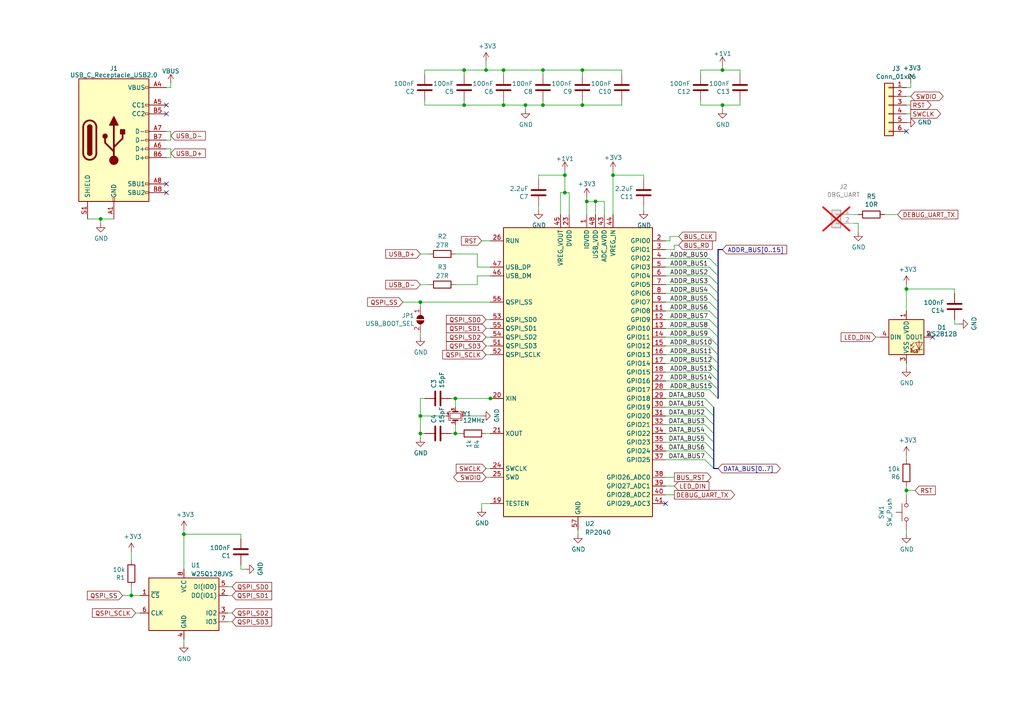
<source format=kicad_sch>
(kicad_sch (version 20250114) (generator "eeschema") (generator_version "9.0")
  (paper "A4")
  (lib_symbols
    (symbol "Connector:USB_C_Receptacle_USB2.0" (pin_names (offset 1.016))
      (property "Reference" "J" (at -10.16 19.05 0))
      (property "Value" "USB_C_Receptacle_USB2.0" (at 19.05 19.05 0))
      (symbol "USB_C_Receptacle_USB2.0_0_0"
        (rectangle (start -0.254 -17.78) (end 0.254 -16.764))
        (rectangle (start 10.16 15.494) (end 9.144 14.986))
        (rectangle (start 10.16 10.414) (end 9.144 9.906))
        (rectangle (start 10.16 7.874) (end 9.144 7.366))
        (rectangle (start 10.16 2.794) (end 9.144 2.286))
        (rectangle (start 10.16 0.254) (end 9.144 -0.254))
        (rectangle (start 10.16 -2.286) (end 9.144 -2.794))
        (rectangle (start 10.16 -4.826) (end 9.144 -5.334))
        (rectangle (start 10.16 -12.446) (end 9.144 -12.954))
        (rectangle (start 10.16 -14.986) (end 9.144 -15.494))
      )
      (symbol "USB_C_Receptacle_USB2.0_0_1"
        (rectangle (start -10.16 17.78) (end 10.16 -17.78) (stroke (width 0.254)) (fill (type background)))
        (polyline (pts (xy -8.89 -3.81) (xy -8.89 3.81)) (stroke (width 0.508)))
        (rectangle (start -7.62 -3.81) (end -6.35 3.81) (stroke (width 0.254)) (fill (type outline)))
        (arc (start -7.62 3.81) (mid -6.985 4.4423) (end -6.35 3.81) (stroke (width 0.254)))
        (arc (start -7.62 3.81) (mid -6.985 4.4423) (end -6.35 3.81) (stroke (width 0.254)) (fill (type outline)))
        (arc (start -8.89 3.81) (mid -6.985 5.7067) (end -5.08 3.81) (stroke (width 0.508)))
        (arc (start -5.08 -3.81) (mid -6.985 -5.7067) (end -8.89 -3.81) (stroke (width 0.508)))
        (arc (start -6.35 -3.81) (mid -6.985 -4.4423) (end -7.62 -3.81) (stroke (width 0.254)))
        (arc (start -6.35 -3.81) (mid -6.985 -4.4423) (end -7.62 -3.81) (stroke (width 0.254)) (fill (type outline)))
        (polyline (pts (xy -5.08 3.81) (xy -5.08 -3.81)) (stroke (width 0.508)))
        (circle (center -2.54 1.143) (radius 0.635) (stroke (width 0.254)) (fill (type outline)))
        (polyline (pts (xy -1.27 4.318) (xy 0 6.858) (xy 1.27 4.318) (xy -1.27 4.318)) (stroke (width 0.254)) (fill (type outline)))
        (polyline (pts (xy 0 -2.032) (xy 2.54 0.508) (xy 2.54 1.778)) (stroke (width 0.508)))
        (polyline (pts (xy 0 -3.302) (xy -2.54 -0.762) (xy -2.54 0.508)) (stroke (width 0.508)))
        (polyline (pts (xy 0 -5.842) (xy 0 4.318)) (stroke (width 0.508)))
        (circle (center 0 -5.842) (radius 1.27) (fill (type outline)))
        (rectangle (start 1.905 1.778) (end 3.175 3.048) (stroke (width 0.254)) (fill (type outline)))
      )
      (symbol "USB_C_Receptacle_USB2.0_1_1"
        (pin passive line (at -7.62 -22.86 90) (length 5.08) (name "SHIELD") (number "S1"))
        (pin passive line (at 0 -22.86 90) (length 5.08) (name "GND") (number "A1"))
        (pin passive line (at 0 -22.86 90) (length 5.08) (hide yes) (name "GND") (number "A12"))
        (pin passive line (at 0 -22.86 90) (length 5.08) (hide yes) (name "GND") (number "B1"))
        (pin passive line (at 0 -22.86 90) (length 5.08) (hide yes) (name "GND") (number "B12"))
        (pin passive line (at 15.24 15.24 180) (length 5.08) (name "VBUS") (number "A4"))
        (pin passive line (at 15.24 15.24 180) (length 5.08) (hide yes) (name "VBUS") (number "A9"))
        (pin passive line (at 15.24 15.24 180) (length 5.08) (hide yes) (name "VBUS") (number "B4"))
        (pin passive line (at 15.24 15.24 180) (length 5.08) (hide yes) (name "VBUS") (number "B9"))
        (pin bidirectional line (at 15.24 10.16 180) (length 5.08) (name "CC1") (number "A5"))
        (pin bidirectional line (at 15.24 7.62 180) (length 5.08) (name "CC2") (number "B5"))
        (pin bidirectional line (at 15.24 2.54 180) (length 5.08) (name "D-") (number "A7"))
        (pin bidirectional line (at 15.24 0 180) (length 5.08) (name "D-") (number "B7"))
        (pin bidirectional line (at 15.24 -2.54 180) (length 5.08) (name "D+") (number "A6"))
        (pin bidirectional line (at 15.24 -5.08 180) (length 5.08) (name "D+") (number "B6"))
        (pin bidirectional line (at 15.24 -12.7 180) (length 5.08) (name "SBU1") (number "A8"))
        (pin bidirectional line (at 15.24 -15.24 180) (length 5.08) (name "SBU2") (number "B8"))
      )
    )
    (symbol "Connector_Generic:Conn_01x02" (pin_names (offset 1.016) (hide yes))
      (property "Reference" "J" (at 0 2.54 0))
      (property "Value" "Conn_01x02" (at 0 -5.08 0))
      (symbol "Conn_01x02_1_1"
        (rectangle (start -1.27 1.27) (end 1.27 -3.81) (stroke (width 0.254)) (fill (type background)))
        (rectangle (start -1.27 0.127) (end 0 -0.127) (stroke (width 0.1524)))
        (rectangle (start -1.27 -2.413) (end 0 -2.667) (stroke (width 0.1524)))
        (pin passive line (at -5.08 0 0) (length 3.81) (name "Pin_1") (number "1"))
        (pin passive line (at -5.08 -2.54 0) (length 3.81) (name "Pin_2") (number "2"))
      )
    )
    (symbol "Connector_Generic:Conn_01x06" (pin_names (offset 1.016) (hide yes))
      (property "Reference" "J" (at 0 7.62 0))
      (property "Value" "Conn_01x06" (at 0 -10.16 0))
      (symbol "Conn_01x06_1_1"
        (rectangle (start -1.27 6.35) (end 1.27 -8.89) (stroke (width 0.254)) (fill (type background)))
        (rectangle (start -1.27 5.207) (end 0 4.953) (stroke (width 0.1524)))
        (rectangle (start -1.27 2.667) (end 0 2.413) (stroke (width 0.1524)))
        (rectangle (start -1.27 0.127) (end 0 -0.127) (stroke (width 0.1524)))
        (rectangle (start -1.27 -2.413) (end 0 -2.667) (stroke (width 0.1524)))
        (rectangle (start -1.27 -4.953) (end 0 -5.207) (stroke (width 0.1524)))
        (rectangle (start -1.27 -7.493) (end 0 -7.747) (stroke (width 0.1524)))
        (pin passive line (at -5.08 5.08 0) (length 3.81) (name "Pin_1") (number "1"))
        (pin passive line (at -5.08 2.54 0) (length 3.81) (name "Pin_2") (number "2"))
        (pin passive line (at -5.08 0 0) (length 3.81) (name "Pin_3") (number "3"))
        (pin passive line (at -5.08 -2.54 0) (length 3.81) (name "Pin_4") (number "4"))
        (pin passive line (at -5.08 -5.08 0) (length 3.81) (name "Pin_5") (number "5"))
        (pin passive line (at -5.08 -7.62 0) (length 3.81) (name "Pin_6") (number "6"))
      )
    )
    (symbol "Device:C" (pin_numbers (hide yes)) (pin_names (offset 0.254))
      (property "Reference" "C" (at 0.635 2.54 0))
      (property "Value" "C" (at 0.635 -2.54 0))
      (symbol "C_0_1"
        (polyline (pts (xy -2.032 0.762) (xy 2.032 0.762)) (stroke (width 0.508)))
        (polyline (pts (xy -2.032 -0.762) (xy 2.032 -0.762)) (stroke (width 0.508)))
      )
      (symbol "C_1_1"
        (pin passive line (at 0 3.81 270) (length 2.794) (name "~") (number "1"))
        (pin passive line (at 0 -3.81 90) (length 2.794) (name "~") (number "2"))
      )
    )
    (symbol "Device:Crystal_GND24_Small" (pin_names (offset 1.016) (hide yes))
      (property "Reference" "Y" (at 1.27 4.445 0))
      (property "Value" "Crystal_GND24_Small" (at 1.27 2.54 0))
      (symbol "Crystal_GND24_Small_0_1"
        (polyline (pts (xy -1.27 1.27) (xy -1.27 1.905) (xy 1.27 1.905) (xy 1.27 1.27)))
        (polyline (pts (xy -1.27 -0.762) (xy -1.27 0.762)) (stroke (width 0.381)))
        (polyline (pts (xy -1.27 -1.27) (xy -1.27 -1.905) (xy 1.27 -1.905) (xy 1.27 -1.27)))
        (rectangle (start -0.762 -1.524) (end 0.762 1.524))
        (polyline (pts (xy 1.27 -0.762) (xy 1.27 0.762)) (stroke (width 0.381)))
      )
      (symbol "Crystal_GND24_Small_1_1"
        (pin passive line (at -2.54 0 0) (length 1.27) (name "1") (number "1"))
        (pin passive line (at 0 2.54 270) (length 0.635) (name "4") (number "4"))
        (pin passive line (at 0 -2.54 90) (length 0.635) (name "2") (number "2"))
        (pin passive line (at 2.54 0 180) (length 1.27) (name "3") (number "3"))
      )
    )
    (symbol "Device:R" (pin_numbers (hide yes)) (pin_names (offset 0))
      (property "Reference" "R" (at 2.032 0 90))
      (property "Value" "R" (at 0 0 90))
      (symbol "R_0_1"
        (rectangle (start -1.016 -2.54) (end 1.016 2.54) (stroke (width 0.254)))
      )
      (symbol "R_1_1"
        (pin passive line (at 0 3.81 270) (length 1.27) (name "~") (number "1"))
        (pin passive line (at 0 -3.81 90) (length 1.27) (name "~") (number "2"))
      )
    )
    (symbol "Jumper:SolderJumper_2_Open" (pin_names (offset 0) (hide yes))
      (property "Reference" "JP" (at 0 2.032 0))
      (property "Value" "SolderJumper_2_Open" (at 0 -2.54 0))
      (symbol "SolderJumper_2_Open_0_1"
        (polyline (pts (xy -0.254 1.016) (xy -0.254 -1.016)))
        (arc (start -0.254 -1.016) (mid -1.2656 0) (end -0.254 1.016))
        (arc (start -0.254 -1.016) (mid -1.2656 0) (end -0.254 1.016) (fill (type outline)))
        (arc (start 0.254 1.016) (mid 1.2656 0) (end 0.254 -1.016))
        (arc (start 0.254 1.016) (mid 1.2656 0) (end 0.254 -1.016) (fill (type outline)))
        (polyline (pts (xy 0.254 1.016) (xy 0.254 -1.016)))
      )
      (symbol "SolderJumper_2_Open_1_1"
        (pin passive line (at -3.81 0 0) (length 2.54) (name "A") (number "1"))
        (pin passive line (at 3.81 0 180) (length 2.54) (name "B") (number "2"))
      )
    )
    (symbol "LED:WS2812B" (pin_names (offset 0.254))
      (property "Reference" "D" (at 5.08 5.715 0))
      (property "Value" "WS2812B" (at 1.27 -5.715 0))
      (symbol "WS2812B_0_0"
        (text "RGB" (at 2.286 -4.191 0) (effects (font (size 0.762 0.762))))
      )
      (symbol "WS2812B_0_1"
        (polyline (pts (xy 1.27 -2.54) (xy 1.778 -2.54)))
        (polyline (pts (xy 1.27 -3.556) (xy 1.778 -3.556)))
        (polyline (pts (xy 2.286 -1.524) (xy 1.27 -2.54) (xy 1.27 -2.032)))
        (polyline (pts (xy 2.286 -2.54) (xy 1.27 -3.556) (xy 1.27 -3.048)))
        (polyline (pts (xy 3.683 -1.016) (xy 3.683 -3.556) (xy 3.683 -4.064)))
        (polyline (pts (xy 4.699 -1.524) (xy 2.667 -1.524) (xy 3.683 -3.556) (xy 4.699 -1.524)))
        (polyline (pts (xy 4.699 -3.556) (xy 2.667 -3.556)))
        (rectangle (start 5.08 5.08) (end -5.08 -5.08) (stroke (width 0.254)) (fill (type background)))
      )
      (symbol "WS2812B_1_1"
        (pin input line (at -7.62 0 0) (length 2.54) (name "DIN") (number "4"))
        (pin power_in line (at 0 7.62 270) (length 2.54) (name "VDD") (number "1"))
        (pin power_in line (at 0 -7.62 90) (length 2.54) (name "VSS") (number "3"))
        (pin output line (at 7.62 0 180) (length 2.54) (name "DOUT") (number "2"))
      )
    )
    (symbol "MCU_RaspberryPi:RP2040"
      (property "Reference" "U" (at 17.78 45.72 0))
      (property "Value" "RP2040" (at 17.78 43.18 0))
      (symbol "RP2040_0_1"
        (rectangle (start -21.59 41.91) (end 21.59 -41.91) (stroke (width 0.254)) (fill (type background)))
      )
      (symbol "RP2040_1_1"
        (pin input line (at -25.4 38.1 0) (length 3.81) (name "RUN") (number "26"))
        (pin bidirectional line (at -25.4 30.48 0) (length 3.81) (name "USB_DP") (number "47"))
        (pin bidirectional line (at -25.4 27.94 0) (length 3.81) (name "USB_DM") (number "46"))
        (pin bidirectional line (at -25.4 20.32 0) (length 3.81) (name "QSPI_SS") (number "56"))
        (pin bidirectional line (at -25.4 15.24 0) (length 3.81) (name "QSPI_SD0") (number "53"))
        (pin bidirectional line (at -25.4 12.7 0) (length 3.81) (name "QSPI_SD1") (number "55"))
        (pin bidirectional line (at -25.4 10.16 0) (length 3.81) (name "QSPI_SD2") (number "54"))
        (pin bidirectional line (at -25.4 7.62 0) (length 3.81) (name "QSPI_SD3") (number "51"))
        (pin output line (at -25.4 5.08 0) (length 3.81) (name "QSPI_SCLK") (number "52"))
        (pin input line (at -25.4 -7.62 0) (length 3.81) (name "XIN") (number "20"))
        (pin passive line (at -25.4 -17.78 0) (length 3.81) (name "XOUT") (number "21"))
        (pin output line (at -25.4 -27.94 0) (length 3.81) (name "SWCLK") (number "24"))
        (pin bidirectional line (at -25.4 -30.48 0) (length 3.81) (name "SWD") (number "25"))
        (pin input line (at -25.4 -38.1 0) (length 3.81) (name "TESTEN") (number "19"))
        (pin power_out line (at -5.08 45.72 270) (length 3.81) (name "VREG_VOUT") (number "45"))
        (pin power_in line (at -2.54 45.72 270) (length 3.81) (name "DVDD") (number "23"))
        (pin passive line (at -2.54 45.72 270) (length 3.81) (hide yes) (name "DVDD") (number "50"))
        (pin power_in line (at 0 -45.72 90) (length 3.81) (name "GND") (number "57"))
        (pin power_in line (at 2.54 45.72 270) (length 3.81) (name "IOVDD") (number "1"))
        (pin passive line (at 2.54 45.72 270) (length 3.81) (hide yes) (name "IOVDD") (number "10"))
        (pin passive line (at 2.54 45.72 270) (length 3.81) (hide yes) (name "IOVDD") (number "22"))
        (pin passive line (at 2.54 45.72 270) (length 3.81) (hide yes) (name "IOVDD") (number "33"))
        (pin passive line (at 2.54 45.72 270) (length 3.81) (hide yes) (name "IOVDD") (number "42"))
        (pin passive line (at 2.54 45.72 270) (length 3.81) (hide yes) (name "IOVDD") (number "49"))
        (pin power_in line (at 5.08 45.72 270) (length 3.81) (name "USB_VDD") (number "48"))
        (pin power_in line (at 7.62 45.72 270) (length 3.81) (name "ADC_AVDD") (number "43"))
        (pin power_in line (at 10.16 45.72 270) (length 3.81) (name "VREG_IN") (number "44"))
        (pin bidirectional line (at 25.4 38.1 180) (length 3.81) (name "GPIO0") (number "2"))
        (pin bidirectional line (at 25.4 35.56 180) (length 3.81) (name "GPIO1") (number "3"))
        (pin bidirectional line (at 25.4 33.02 180) (length 3.81) (name "GPIO2") (number "4"))
        (pin bidirectional line (at 25.4 30.48 180) (length 3.81) (name "GPIO3") (number "5"))
        (pin bidirectional line (at 25.4 27.94 180) (length 3.81) (name "GPIO4") (number "6"))
        (pin bidirectional line (at 25.4 25.4 180) (length 3.81) (name "GPIO5") (number "7"))
        (pin bidirectional line (at 25.4 22.86 180) (length 3.81) (name "GPIO6") (number "8"))
        (pin bidirectional line (at 25.4 20.32 180) (length 3.81) (name "GPIO7") (number "9"))
        (pin bidirectional line (at 25.4 17.78 180) (length 3.81) (name "GPIO8") (number "11"))
        (pin bidirectional line (at 25.4 15.24 180) (length 3.81) (name "GPIO9") (number "12"))
        (pin bidirectional line (at 25.4 12.7 180) (length 3.81) (name "GPIO10") (number "13"))
        (pin bidirectional line (at 25.4 10.16 180) (length 3.81) (name "GPIO11") (number "14"))
        (pin bidirectional line (at 25.4 7.62 180) (length 3.81) (name "GPIO12") (number "15"))
        (pin bidirectional line (at 25.4 5.08 180) (length 3.81) (name "GPIO13") (number "16"))
        (pin bidirectional line (at 25.4 2.54 180) (length 3.81) (name "GPIO14") (number "17"))
        (pin bidirectional line (at 25.4 0 180) (length 3.81) (name "GPIO15") (number "18"))
        (pin bidirectional line (at 25.4 -2.54 180) (length 3.81) (name "GPIO16") (number "27"))
        (pin bidirectional line (at 25.4 -5.08 180) (length 3.81) (name "GPIO17") (number "28"))
        (pin bidirectional line (at 25.4 -7.62 180) (length 3.81) (name "GPIO18") (number "29"))
        (pin bidirectional line (at 25.4 -10.16 180) (length 3.81) (name "GPIO19") (number "30"))
        (pin bidirectional line (at 25.4 -12.7 180) (length 3.81) (name "GPIO20") (number "31"))
        (pin bidirectional line (at 25.4 -15.24 180) (length 3.81) (name "GPIO21") (number "32"))
        (pin bidirectional line (at 25.4 -17.78 180) (length 3.81) (name "GPIO22") (number "34"))
        (pin bidirectional line (at 25.4 -20.32 180) (length 3.81) (name "GPIO23") (number "35"))
        (pin bidirectional line (at 25.4 -22.86 180) (length 3.81) (name "GPIO24") (number "36"))
        (pin bidirectional line (at 25.4 -25.4 180) (length 3.81) (name "GPIO25") (number "37"))
        (pin bidirectional line (at 25.4 -30.48 180) (length 3.81) (name "GPIO26_ADC0") (number "38"))
        (pin bidirectional line (at 25.4 -33.02 180) (length 3.81) (name "GPIO27_ADC1") (number "39"))
        (pin bidirectional line (at 25.4 -35.56 180) (length 3.81) (name "GPIO28_ADC2") (number "40"))
        (pin bidirectional line (at 25.4 -38.1 180) (length 3.81) (name "GPIO29_ADC3") (number "41"))
      )
    )
    (symbol "Memory_Flash:W25Q128JVS"
      (property "Reference" "U" (at -8.89 8.89 0))
      (property "Value" "W25Q128JVS" (at 7.62 8.89 0))
      (symbol "W25Q128JVS_0_1"
        (rectangle (start -10.16 7.62) (end 10.16 -7.62) (stroke (width 0.254)) (fill (type background)))
      )
      (symbol "W25Q128JVS_1_1"
        (pin input line (at -12.7 2.54 0) (length 2.54) (name "~{CS}") (number "1"))
        (pin input line (at -12.7 -2.54 0) (length 2.54) (name "CLK") (number "6"))
        (pin power_in line (at 0 10.16 270) (length 2.54) (name "VCC") (number "8"))
        (pin power_in line (at 0 -10.16 90) (length 2.54) (name "GND") (number "4"))
        (pin bidirectional line (at 12.7 5.08 180) (length 2.54) (name "DI(IO0)") (number "5"))
        (pin bidirectional line (at 12.7 2.54 180) (length 2.54) (name "DO(IO1)") (number "2"))
        (pin bidirectional line (at 12.7 -2.54 180) (length 2.54) (name "IO2") (number "3"))
        (pin bidirectional line (at 12.7 -5.08 180) (length 2.54) (name "IO3") (number "7"))
      )
    )
    (symbol "Switch:SW_Push" (pin_numbers (hide yes)) (pin_names (offset 1.016) (hide yes))
      (property "Reference" "SW" (at 1.27 2.54 0))
      (property "Value" "SW_Push" (at 0 -1.524 0))
      (symbol "SW_Push_0_1"
        (circle (center -2.032 0) (radius 0.508))
        (polyline (pts (xy 0 1.27) (xy 0 3.048)))
        (circle (center 2.032 0) (radius 0.508))
        (polyline (pts (xy 2.54 1.27) (xy -2.54 1.27)))
        (pin passive line (at -5.08 0 0) (length 2.54) (name "1") (number "1"))
        (pin passive line (at 5.08 0 180) (length 2.54) (name "2") (number "2"))
      )
    )
    (symbol "power:+1V1" (power) (pin_names (offset 0))
      (property "Value" "+1V1" (at 0 3.556 0))
      (symbol "+1V1_0_1"
        (polyline (pts (xy -0.762 1.27) (xy 0 2.54)))
        (polyline (pts (xy 0 2.54) (xy 0.762 1.27)))
        (polyline (pts (xy 0 0) (xy 0 2.54)))
      )
      (symbol "+1V1_1_1"
        (pin power_in line (at 0 0 90) (length 0) (hide yes) (name "+1V1") (number "1"))
      )
    )
    (symbol "power:+3V3" (power) (pin_names (offset 0))
      (property "Value" "+3V3" (at 0 3.556 0))
      (symbol "+3V3_0_1"
        (polyline (pts (xy -0.762 1.27) (xy 0 2.54)))
        (polyline (pts (xy 0 2.54) (xy 0.762 1.27)))
        (polyline (pts (xy 0 0) (xy 0 2.54)))
      )
      (symbol "+3V3_1_1"
        (pin power_in line (at 0 0 90) (length 0) (hide yes) (name "+3V3") (number "1"))
      )
    )
    (symbol "power:GND" (power) (pin_names (offset 0))
      (property "Value" "GND" (at 0 -3.81 0))
      (symbol "GND_0_1"
        (polyline (pts (xy 0 0) (xy 0 -1.27) (xy 1.27 -1.27) (xy 0 -2.54) (xy -1.27 -1.27) (xy 0 -1.27)))
      )
      (symbol "GND_1_1"
        (pin power_in line (at 0 0 270) (length 0) (hide yes) (name "GND") (number "1"))
      )
    )
    (symbol "power:VBUS" (power) (pin_names (offset 0))
      (property "Value" "VBUS" (at 0 3.81 0))
      (symbol "VBUS_0_1"
        (polyline (pts (xy -0.762 1.27) (xy 0 2.54)))
        (polyline (pts (xy 0 2.54) (xy 0.762 1.27)))
        (polyline (pts (xy 0 0) (xy 0 2.54)))
      )
      (symbol "VBUS_1_1"
        (pin power_in line (at 0 0 90) (length 0) (hide yes) (name "VBUS") (number "1"))
      )
    )
  )
  (junction (at 163.83 50.8))
  (junction (at 121.92 120.65))
  (junction (at 38.1 172.72))
  (junction (at 53.34 154.94))
  (junction (at 170.18 58.42))
  (junction (at 168.91 30.48))
  (junction (at 121.92 125.73))
  (junction (at 134.62 30.48))
  (junction (at 209.55 30.48))
  (junction (at 163.83 55.88))
  (junction (at 152.4 30.48))
  (junction (at 134.62 20.32))
  (junction (at 157.48 20.32))
  (junction (at 262.89 83.82))
  (junction (at 146.05 30.48))
  (junction (at 168.91 20.32))
  (junction (at 262.89 142.24))
  (junction (at 209.55 20.32))
  (junction (at 172.72 58.42))
  (junction (at 140.97 20.32))
  (junction (at 29.21 63.5))
  (junction (at 142.24 115.57))
  (junction (at 146.05 20.32))
  (junction (at 132.08 115.57))
  (junction (at 177.8 50.8))
  (junction (at 132.08 125.73))
  (junction (at 157.48 30.48))
  (junction (at 121.92 87.63))
  (no_connect (at 270.51 97.79))
  (no_connect (at 48.26 53.34))
  (no_connect (at 262.89 38.1))
  (no_connect (at 193.04 146.05))
  (no_connect (at 48.26 55.88))
  (no_connect (at 48.26 33.02))
  (no_connect (at 48.26 30.48))
  (bus_entry (at 204.47 125.73) (size 2.54 2.54))
  (bus_entry (at 205.74 100.33) (size 2.54 2.54))
  (bus_entry (at 205.74 110.49) (size 2.54 2.54))
  (bus_entry (at 204.47 120.65) (size 2.54 2.54))
  (bus_entry (at 205.74 85.09) (size 2.54 2.54))
  (bus_entry (at 205.74 105.41) (size 2.54 2.54))
  (bus_entry (at 205.74 113.03) (size 2.54 2.54))
  (bus_entry (at 205.74 97.79) (size 2.54 2.54))
  (bus_entry (at 204.47 118.11) (size 2.54 2.54))
  (bus_entry (at 204.47 128.27) (size 2.54 2.54))
  (bus_entry (at 204.47 130.81) (size 2.54 2.54))
  (bus_entry (at 205.74 102.87) (size 2.54 2.54))
  (bus_entry (at 205.74 77.47) (size 2.54 2.54))
  (bus_entry (at 205.74 90.17) (size 2.54 2.54))
  (bus_entry (at 204.47 123.19) (size 2.54 2.54))
  (bus_entry (at 204.47 115.57) (size 2.54 2.54))
  (bus_entry (at 205.74 92.71) (size 2.54 2.54))
  (bus_entry (at 205.74 95.25) (size 2.54 2.54))
  (bus_entry (at 204.47 133.35) (size 2.54 2.54))
  (bus_entry (at 205.74 107.95) (size 2.54 2.54))
  (bus_entry (at 205.74 80.01) (size 2.54 2.54))
  (bus_entry (at 205.74 87.63) (size 2.54 2.54))
  (bus_entry (at 205.74 74.93) (size 2.54 2.54))
  (bus_entry (at 205.74 82.55) (size 2.54 2.54))
  (bus (pts (xy 208.28 102.87) (xy 208.28 105.41)))
  (bus (pts (xy 208.28 110.49) (xy 208.28 113.03)))
  (wire (pts (xy 193.04 87.63) (xy 205.74 87.63)))
  (wire (pts (xy 140.97 20.32) (xy 146.05 20.32)))
  (wire (pts (xy 48.26 45.72) (xy 49.53 45.72)))
  (wire (pts (xy 140.97 17.78) (xy 140.97 20.32)))
  (wire (pts (xy 140.97 135.89) (xy 142.24 135.89)))
  (bus (pts (xy 207.01 133.35) (xy 207.01 135.89)))
  (bus (pts (xy 208.28 72.39) (xy 209.55 72.39)))
  (wire (pts (xy 193.04 100.33) (xy 205.74 100.33)))
  (wire (pts (xy 121.92 87.63) (xy 121.92 88.9)))
  (wire (pts (xy 66.04 180.34) (xy 67.31 180.34)))
  (wire (pts (xy 140.97 138.43) (xy 142.24 138.43)))
  (wire (pts (xy 168.91 30.48) (xy 180.34 30.48)))
  (wire (pts (xy 209.55 30.48) (xy 209.55 31.75)))
  (wire (pts (xy 262.89 132.08) (xy 262.89 133.35)))
  (wire (pts (xy 157.48 20.32) (xy 157.48 21.59)))
  (wire (pts (xy 152.4 30.48) (xy 152.4 31.75)))
  (wire (pts (xy 138.43 73.66) (xy 138.43 77.47)))
  (bus (pts (xy 207.01 123.19) (xy 207.01 125.73)))
  (wire (pts (xy 180.34 29.21) (xy 180.34 30.48)))
  (wire (pts (xy 132.08 125.73) (xy 133.35 125.73)))
  (wire (pts (xy 157.48 20.32) (xy 168.91 20.32)))
  (wire (pts (xy 69.85 154.94) (xy 69.85 156.21)))
  (wire (pts (xy 146.05 29.21) (xy 146.05 30.48)))
  (wire (pts (xy 209.55 19.05) (xy 209.55 20.32)))
  (bus (pts (xy 208.28 95.25) (xy 208.28 97.79)))
  (wire (pts (xy 140.97 125.73) (xy 142.24 125.73)))
  (wire (pts (xy 49.53 25.4) (xy 49.53 24.13)))
  (wire (pts (xy 196.85 68.58) (xy 194.31 68.58)))
  (wire (pts (xy 157.48 29.21) (xy 157.48 30.48)))
  (wire (pts (xy 53.34 153.67) (xy 53.34 154.94)))
  (wire (pts (xy 163.83 55.88) (xy 165.1 55.88)))
  (wire (pts (xy 193.04 92.71) (xy 205.74 92.71)))
  (wire (pts (xy 193.04 118.11) (xy 204.47 118.11)))
  (bus (pts (xy 208.28 77.47) (xy 208.28 80.01)))
  (bus (pts (xy 207.01 118.11) (xy 207.01 120.65)))
  (wire (pts (xy 276.86 93.98) (xy 278.13 93.98)))
  (wire (pts (xy 121.92 120.65) (xy 121.92 115.57)))
  (wire (pts (xy 172.72 58.42) (xy 175.26 58.42)))
  (wire (pts (xy 170.18 58.42) (xy 170.18 57.15)))
  (wire (pts (xy 193.04 80.01) (xy 205.74 80.01)))
  (bus (pts (xy 208.28 135.89) (xy 207.01 135.89)))
  (wire (pts (xy 193.04 97.79) (xy 205.74 97.79)))
  (wire (pts (xy 121.92 96.52) (xy 121.92 97.79)))
  (wire (pts (xy 177.8 50.8) (xy 186.69 50.8)))
  (bus (pts (xy 207.01 125.73) (xy 207.01 128.27)))
  (wire (pts (xy 25.4 63.5) (xy 29.21 63.5)))
  (wire (pts (xy 209.55 20.32) (xy 214.63 20.32)))
  (wire (pts (xy 69.85 165.1) (xy 71.12 165.1)))
  (wire (pts (xy 193.04 82.55) (xy 205.74 82.55)))
  (wire (pts (xy 265.43 142.24) (xy 262.89 142.24)))
  (wire (pts (xy 170.18 58.42) (xy 172.72 58.42)))
  (wire (pts (xy 157.48 30.48) (xy 168.91 30.48)))
  (wire (pts (xy 193.04 90.17) (xy 205.74 90.17)))
  (wire (pts (xy 193.04 107.95) (xy 205.74 107.95)))
  (wire (pts (xy 247.65 64.77) (xy 248.92 64.77)))
  (wire (pts (xy 49.53 38.1) (xy 49.53 40.64)))
  (wire (pts (xy 195.58 71.12) (xy 196.85 71.12)))
  (wire (pts (xy 163.83 50.8) (xy 163.83 55.88)))
  (wire (pts (xy 140.97 102.87) (xy 142.24 102.87)))
  (wire (pts (xy 168.91 29.21) (xy 168.91 30.48)))
  (wire (pts (xy 168.91 20.32) (xy 180.34 20.32)))
  (wire (pts (xy 53.34 185.42) (xy 53.34 186.69)))
  (wire (pts (xy 38.1 170.18) (xy 38.1 172.72)))
  (wire (pts (xy 167.64 153.67) (xy 167.64 154.94)))
  (wire (pts (xy 38.1 160.02) (xy 38.1 162.56)))
  (wire (pts (xy 132.08 115.57) (xy 132.08 118.11)))
  (wire (pts (xy 38.1 172.72) (xy 40.64 172.72)))
  (wire (pts (xy 53.34 154.94) (xy 69.85 154.94)))
  (wire (pts (xy 170.18 62.23) (xy 170.18 58.42)))
  (wire (pts (xy 203.2 30.48) (xy 209.55 30.48)))
  (wire (pts (xy 132.08 82.55) (xy 138.43 82.55)))
  (wire (pts (xy 39.37 177.8) (xy 40.64 177.8)))
  (wire (pts (xy 256.54 62.23) (xy 260.35 62.23)))
  (wire (pts (xy 48.26 25.4) (xy 49.53 25.4)))
  (wire (pts (xy 121.92 125.73) (xy 121.92 120.65)))
  (wire (pts (xy 193.04 72.39) (xy 195.58 72.39)))
  (wire (pts (xy 134.62 20.32) (xy 134.62 21.59)))
  (wire (pts (xy 186.69 59.69) (xy 186.69 60.96)))
  (wire (pts (xy 163.83 49.53) (xy 163.83 50.8)))
  (wire (pts (xy 121.92 120.65) (xy 129.54 120.65)))
  (wire (pts (xy 132.08 73.66) (xy 138.43 73.66)))
  (wire (pts (xy 262.89 140.97) (xy 262.89 142.24)))
  (wire (pts (xy 123.19 20.32) (xy 134.62 20.32)))
  (wire (pts (xy 177.8 49.53) (xy 177.8 50.8)))
  (wire (pts (xy 142.24 146.05) (xy 139.7 146.05)))
  (wire (pts (xy 254 97.79) (xy 255.27 97.79)))
  (wire (pts (xy 203.2 29.21) (xy 203.2 30.48)))
  (wire (pts (xy 146.05 20.32) (xy 146.05 21.59)))
  (wire (pts (xy 140.97 97.79) (xy 142.24 97.79)))
  (bus (pts (xy 208.28 72.39) (xy 208.28 77.47)))
  (wire (pts (xy 130.81 115.57) (xy 132.08 115.57)))
  (wire (pts (xy 276.86 92.71) (xy 276.86 93.98)))
  (bus (pts (xy 208.28 107.95) (xy 208.28 110.49)))
  (bus (pts (xy 208.28 97.79) (xy 208.28 100.33)))
  (wire (pts (xy 195.58 72.39) (xy 195.58 71.12)))
  (wire (pts (xy 248.92 67.31) (xy 248.92 64.77)))
  (wire (pts (xy 134.62 29.21) (xy 134.62 30.48)))
  (wire (pts (xy 264.16 25.4) (xy 264.16 24.13)))
  (wire (pts (xy 165.1 55.88) (xy 165.1 62.23)))
  (wire (pts (xy 140.97 100.33) (xy 142.24 100.33)))
  (wire (pts (xy 152.4 30.48) (xy 157.48 30.48)))
  (wire (pts (xy 139.7 146.05) (xy 139.7 147.32)))
  (wire (pts (xy 69.85 163.83) (xy 69.85 165.1)))
  (wire (pts (xy 66.04 170.18) (xy 67.31 170.18)))
  (bus (pts (xy 208.28 92.71) (xy 208.28 95.25)))
  (wire (pts (xy 193.04 110.49) (xy 205.74 110.49)))
  (wire (pts (xy 262.89 105.41) (xy 262.89 106.68)))
  (wire (pts (xy 247.65 62.23) (xy 248.92 62.23)))
  (bus (pts (xy 208.28 82.55) (xy 208.28 85.09)))
  (wire (pts (xy 134.62 20.32) (xy 140.97 20.32)))
  (wire (pts (xy 262.89 142.24) (xy 262.89 143.51)))
  (wire (pts (xy 193.04 115.57) (xy 204.47 115.57)))
  (wire (pts (xy 146.05 30.48) (xy 134.62 30.48)))
  (wire (pts (xy 214.63 20.32) (xy 214.63 21.59)))
  (wire (pts (xy 262.89 33.02) (xy 264.16 33.02)))
  (wire (pts (xy 203.2 21.59) (xy 203.2 20.32)))
  (wire (pts (xy 121.92 87.63) (xy 142.24 87.63)))
  (bus (pts (xy 208.28 100.33) (xy 208.28 102.87)))
  (wire (pts (xy 194.31 68.58) (xy 194.31 69.85)))
  (bus (pts (xy 208.28 87.63) (xy 208.28 90.17)))
  (wire (pts (xy 121.92 127) (xy 121.92 125.73)))
  (wire (pts (xy 262.89 83.82) (xy 262.89 90.17)))
  (bus (pts (xy 207.01 130.81) (xy 207.01 133.35)))
  (bus (pts (xy 208.28 105.41) (xy 208.28 107.95)))
  (wire (pts (xy 138.43 77.47) (xy 142.24 77.47)))
  (wire (pts (xy 193.04 77.47) (xy 205.74 77.47)))
  (wire (pts (xy 53.34 154.94) (xy 53.34 165.1)))
  (wire (pts (xy 48.26 38.1) (xy 49.53 38.1)))
  (wire (pts (xy 193.04 85.09) (xy 205.74 85.09)))
  (wire (pts (xy 262.89 153.67) (xy 262.89 154.94)))
  (wire (pts (xy 123.19 21.59) (xy 123.19 20.32)))
  (wire (pts (xy 262.89 27.94) (xy 264.16 27.94)))
  (wire (pts (xy 130.81 125.73) (xy 132.08 125.73)))
  (wire (pts (xy 146.05 115.57) (xy 142.24 115.57)))
  (wire (pts (xy 29.21 63.5) (xy 29.21 64.77)))
  (wire (pts (xy 214.63 30.48) (xy 214.63 29.21)))
  (wire (pts (xy 121.92 73.66) (xy 124.46 73.66)))
  (wire (pts (xy 146.05 20.32) (xy 157.48 20.32)))
  (wire (pts (xy 193.04 120.65) (xy 204.47 120.65)))
  (wire (pts (xy 48.26 43.18) (xy 49.53 43.18)))
  (wire (pts (xy 134.62 120.65) (xy 139.7 120.65)))
  (wire (pts (xy 142.24 80.01) (xy 138.43 80.01)))
  (wire (pts (xy 262.89 25.4) (xy 264.16 25.4)))
  (wire (pts (xy 140.97 92.71) (xy 142.24 92.71)))
  (wire (pts (xy 193.04 138.43) (xy 195.58 138.43)))
  (wire (pts (xy 29.21 63.5) (xy 33.02 63.5)))
  (wire (pts (xy 193.04 125.73) (xy 204.47 125.73)))
  (wire (pts (xy 162.56 55.88) (xy 163.83 55.88)))
  (wire (pts (xy 193.04 74.93) (xy 205.74 74.93)))
  (wire (pts (xy 193.04 95.25) (xy 205.74 95.25)))
  (wire (pts (xy 121.92 125.73) (xy 123.19 125.73)))
  (wire (pts (xy 140.97 95.25) (xy 142.24 95.25)))
  (wire (pts (xy 203.2 20.32) (xy 209.55 20.32)))
  (wire (pts (xy 193.04 133.35) (xy 204.47 133.35)))
  (wire (pts (xy 194.31 69.85) (xy 193.04 69.85)))
  (wire (pts (xy 172.72 58.42) (xy 172.72 62.23)))
  (wire (pts (xy 146.05 30.48) (xy 152.4 30.48)))
  (wire (pts (xy 276.86 83.82) (xy 276.86 85.09)))
  (wire (pts (xy 35.56 172.72) (xy 38.1 172.72)))
  (bus (pts (xy 207.01 128.27) (xy 207.01 130.81)))
  (bus (pts (xy 208.28 90.17) (xy 208.28 92.71)))
  (wire (pts (xy 66.04 177.8) (xy 67.31 177.8)))
  (wire (pts (xy 193.04 143.51) (xy 195.58 143.51)))
  (bus (pts (xy 208.28 80.01) (xy 208.28 82.55)))
  (wire (pts (xy 132.08 115.57) (xy 142.24 115.57)))
  (wire (pts (xy 162.56 55.88) (xy 162.56 62.23)))
  (wire (pts (xy 209.55 30.48) (xy 214.63 30.48)))
  (wire (pts (xy 156.21 52.07) (xy 156.21 50.8)))
  (wire (pts (xy 193.04 102.87) (xy 205.74 102.87)))
  (wire (pts (xy 138.43 80.01) (xy 138.43 82.55)))
  (bus (pts (xy 208.28 113.03) (xy 208.28 115.57)))
  (wire (pts (xy 193.04 123.19) (xy 204.47 123.19)))
  (wire (pts (xy 193.04 140.97) (xy 195.58 140.97)))
  (wire (pts (xy 262.89 82.55) (xy 262.89 83.82)))
  (wire (pts (xy 48.26 40.64) (xy 49.53 40.64)))
  (wire (pts (xy 139.7 69.85) (xy 142.24 69.85)))
  (wire (pts (xy 66.04 172.72) (xy 67.31 172.72)))
  (wire (pts (xy 180.34 20.32) (xy 180.34 21.59)))
  (wire (pts (xy 116.84 87.63) (xy 121.92 87.63)))
  (wire (pts (xy 175.26 58.42) (xy 175.26 62.23)))
  (wire (pts (xy 156.21 59.69) (xy 156.21 60.96)))
  (wire (pts (xy 123.19 30.48) (xy 123.19 29.21)))
  (bus (pts (xy 208.28 85.09) (xy 208.28 87.63)))
  (wire (pts (xy 186.69 52.07) (xy 186.69 50.8)))
  (wire (pts (xy 121.92 82.55) (xy 124.46 82.55)))
  (wire (pts (xy 134.62 30.48) (xy 123.19 30.48)))
  (wire (pts (xy 193.04 130.81) (xy 204.47 130.81)))
  (wire (pts (xy 262.89 83.82) (xy 276.86 83.82)))
  (wire (pts (xy 121.92 115.57) (xy 123.19 115.57)))
  (wire (pts (xy 156.21 50.8) (xy 163.83 50.8)))
  (wire (pts (xy 132.08 123.19) (xy 132.08 125.73)))
  (wire (pts (xy 262.89 30.48) (xy 264.16 30.48)))
  (wire (pts (xy 193.04 105.41) (xy 205.74 105.41)))
  (wire (pts (xy 168.91 20.32) (xy 168.91 21.59)))
  (wire (pts (xy 193.04 113.03) (xy 205.74 113.03)))
  (bus (pts (xy 207.01 120.65) (xy 207.01 123.19)))
  (wire (pts (xy 193.04 128.27) (xy 204.47 128.27)))
  (wire (pts (xy 177.8 50.8) (xy 177.8 62.23)))
  (wire (pts (xy 49.53 43.18) (xy 49.53 45.72)))
  (label "ADDR_BUS0" (at 194.31 74.93 0))
  (label "DATA_BUS5" (at 204.47 128.27 180))
  (label "ADDR_BUS1" (at 194.31 77.47 0))
  (label "DATA_BUS2" (at 204.47 120.65 180))
  (label "DATA_BUS0" (at 204.47 115.57 180))
  (label "ADDR_BUS6" (at 194.31 90.17 0))
  (label "ADDR_BUS2" (at 194.31 80.01 0))
  (label "DATA_BUS4" (at 204.47 125.73 180))
  (label "ADDR_BUS4" (at 194.31 85.09 0))
  (label "ADDR_BUS13" (at 194.31 107.95 0))
  (label "ADDR_BUS15" (at 194.31 113.03 0))
  (label "ADDR_BUS9" (at 194.31 97.79 0))
  (label "ADDR_BUS14" (at 194.31 110.49 0))
  (label "ADDR_BUS3" (at 194.31 82.55 0))
  (label "ADDR_BUS7" (at 194.31 92.71 0))
  (label "DATA_BUS6" (at 204.47 130.81 180))
  (label "DATA_BUS7" (at 204.47 133.35 180))
  (label "DATA_BUS3" (at 204.47 123.19 180))
  (label "ADDR_BUS5" (at 194.31 87.63 0))
  (label "ADDR_BUS12" (at 194.31 105.41 0))
  (label "ADDR_BUS11" (at 194.31 102.87 0))
  (label "ADDR_BUS8" (at 194.31 95.25 0))
  (label "ADDR_BUS10" (at 194.31 100.33 0))
  (label "DATA_BUS1" (at 204.47 118.11 180))
  (global_label "QSPI_SCLK" (shape input) (at 39.37 177.8 180) (property "Intersheetrefs" "${INTERSHEET_REFS}" (effects (hide yes))))
  (global_label "QSPI_SD1" (shape input) (at 67.31 172.72 0) (property "Intersheetrefs" "${INTERSHEET_REFS}" (effects (hide yes))))
  (global_label "QSPI_SD0" (shape input) (at 67.31 170.18 0) (property "Intersheetrefs" "${INTERSHEET_REFS}" (effects (hide yes))))
  (global_label "ADDR_BUS[0..15]" (shape input) (at 209.55 72.39 0) (property "Intersheetrefs" "${INTERSHEET_REFS}" (effects (hide yes))))
  (global_label "DATA_BUS[0..7]" (shape bidirectional) (at 208.28 135.89 0) (property "Intersheetrefs" "${INTERSHEET_REFS}" (effects (hide yes))))
  (global_label "DEBUG_UART_TX" (shape input) (at 260.35 62.23 0) (property "Intersheetrefs" "${INTERSHEET_REFS}" (effects (hide yes))))
  (global_label "BUS_RD" (shape input) (at 196.85 71.12 0) (property "Intersheetrefs" "${INTERSHEET_REFS}" (effects (hide yes))))
  (global_label "QSPI_SS" (shape input) (at 35.56 172.72 180) (property "Intersheetrefs" "${INTERSHEET_REFS}" (effects (hide yes))))
  (global_label "SWCLK" (shape input) (at 140.97 135.89 180) (property "Intersheetrefs" "${INTERSHEET_REFS}" (effects (hide yes))))
  (global_label "RST" (shape input) (at 139.7 69.85 180) (property "Intersheetrefs" "${INTERSHEET_REFS}" (effects (hide yes))))
  (global_label "LED_DIN" (shape input) (at 254 97.79 180) (property "Intersheetrefs" "${INTERSHEET_REFS}" (effects (hide yes))))
  (global_label "USB_D-" (shape input) (at 49.53 39.37 0) (property "Intersheetrefs" "${INTERSHEET_REFS}" (effects (hide yes))))
  (global_label "QSPI_SCLK" (shape input) (at 140.97 102.87 180) (property "Intersheetrefs" "${INTERSHEET_REFS}" (effects (hide yes))))
  (global_label "SWCLK" (shape output) (at 264.16 33.02 0) (property "Intersheetrefs" "${INTERSHEET_REFS}" (effects (hide yes))))
  (global_label "QSPI_SD0" (shape input) (at 140.97 92.71 180) (property "Intersheetrefs" "${INTERSHEET_REFS}" (effects (hide yes))))
  (global_label "USB_D+" (shape input) (at 49.53 44.45 0) (property "Intersheetrefs" "${INTERSHEET_REFS}" (effects (hide yes))))
  (global_label "RST" (shape output) (at 264.16 30.48 0) (property "Intersheetrefs" "${INTERSHEET_REFS}" (effects (hide yes))))
  (global_label "QSPI_SD3" (shape input) (at 140.97 100.33 180) (property "Intersheetrefs" "${INTERSHEET_REFS}" (effects (hide yes))))
  (global_label "QSPI_SD2" (shape input) (at 140.97 97.79 180) (property "Intersheetrefs" "${INTERSHEET_REFS}" (effects (hide yes))))
  (global_label "USB_D-" (shape input) (at 121.92 82.55 180) (property "Intersheetrefs" "${INTERSHEET_REFS}" (effects (hide yes))))
  (global_label "USB_D+" (shape input) (at 121.92 73.66 180) (property "Intersheetrefs" "${INTERSHEET_REFS}" (effects (hide yes))))
  (global_label "RST" (shape input) (at 265.43 142.24 0) (property "Intersheetrefs" "${INTERSHEET_REFS}" (effects (hide yes))))
  (global_label "SWDIO" (shape bidirectional) (at 264.16 27.94 0) (property "Intersheetrefs" "${INTERSHEET_REFS}" (effects (hide yes))))
  (global_label "QSPI_SD2" (shape input) (at 67.31 177.8 0) (property "Intersheetrefs" "${INTERSHEET_REFS}" (effects (hide yes))))
  (global_label "DEBUG_UART_TX" (shape output) (at 195.58 143.51 0) (property "Intersheetrefs" "${INTERSHEET_REFS}" (effects (hide yes))))
  (global_label "BUS_RST" (shape output) (at 195.58 138.43 0) (property "Intersheetrefs" "${INTERSHEET_REFS}" (effects (hide yes))))
  (global_label "QSPI_SD1" (shape input) (at 140.97 95.25 180) (property "Intersheetrefs" "${INTERSHEET_REFS}" (effects (hide yes))))
  (global_label "QSPI_SD3" (shape input) (at 67.31 180.34 0) (property "Intersheetrefs" "${INTERSHEET_REFS}" (effects (hide yes))))
  (global_label "LED_DIN" (shape input) (at 195.58 140.97 0) (property "Intersheetrefs" "${INTERSHEET_REFS}" (effects (hide yes))))
  (global_label "SWDIO" (shape bidirectional) (at 140.97 138.43 180) (property "Intersheetrefs" "${INTERSHEET_REFS}" (effects (hide yes))))
  (global_label "QSPI_SS" (shape input) (at 116.84 87.63 180) (property "Intersheetrefs" "${INTERSHEET_REFS}" (effects (hide yes))))
  (global_label "BUS_CLK" (shape input) (at 196.85 68.58 0) (property "Intersheetrefs" "${INTERSHEET_REFS}" (effects (hide yes))))
  (symbol (lib_id "LED:WS2812B") (at 262.89 97.79 0) (unit 1)
    (property "Reference" "D1" (at 273.1879 94.9579 0))
    (property "Value" "WS2812B" (at 273.1879 96.8789 0))
    (property "Footprint" "LED_SMD:LED_WS2812B-2020_PLCC4_2.0x2.0mm" (effects (hide yes)))
    (property "Datasheet" "https://cdn-shop.adafruit.com/datasheets/WS2812B.pdf" (effects (hide yes)))
    (property "LCSC" "C2761795" (effects (hide yes)))
  )
  (symbol (lib_id "Device:C") (at 134.62 25.4 180) (unit 1)
    (property "Reference" "C5" (at 131.699 26.5684 0) (effects (justify left)))
    (property "Value" "100nF" (at 131.699 24.257 0) (effects (justify left)))
    (property "Footprint" "Capacitor_SMD:C_0603_1608Metric_Pad1.08x0.95mm_HandSolder" (effects (hide yes)))
  )
  (symbol (lib_id "Connector:USB_C_Receptacle_USB2.0") (at 33.02 40.64 0) (unit 1)
    (property "Reference" "J1" (at 33.02 19.8501 0))
    (property "Value" "USB_C_Receptacle_USB2.0" (at 33.02 21.7711 0))
    (property "Footprint" "Connector_USB:USB_C_Receptacle_GCT_USB4105-xx-A_16P_TopMnt_Horizontal" (effects (hide yes)))
    (property "Datasheet" "https://www.usb.org/sites/default/files/documents/usb_type-c.zip" (effects (hide yes)))
    (property "LCSC" "C2927037" (effects (hide yes)))
  )
  (symbol (lib_id "power:GND") (at 156.21 60.96 0) (unit 1)
    (property "Reference" "#PWR013" (effects (hide yes)))
    (property "Value" "GND" (at 156.337 65.3542 0))
  )
  (symbol (lib_id "power:GND") (at 278.13 93.98 90) (unit 1)
    (property "Reference" "#PWR028" (effects (hide yes)))
    (property "Value" "GND" (at 282.5242 93.853 0))
  )
  (symbol (lib_id "power:+3V3") (at 264.16 24.13 0) (unit 1)
    (property "Reference" "#PWR027" (effects (hide yes)))
    (property "Value" "+3V3" (at 264.541 19.7358 0))
  )
  (symbol (lib_id "power:+3V3") (at 170.18 57.15 0) (unit 1)
    (property "Reference" "#PWR016" (effects (hide yes)))
    (property "Value" "+3V3" (at 170.18 53.34 0))
  )
  (symbol (lib_id "Switch:SW_Push") (at 262.89 148.59 90) (mirror x) (unit 1)
    (property "Reference" "SW1" (at 255.651 148.59 0))
    (property "Value" "SW_Push" (at 257.9624 148.59 0))
    (property "Footprint" "Button_Switch_SMD:SW_Push_SPST_NO_Alps_SKRK" (effects (hide yes)))
    (property "LCSC" "C2886898" (effects (hide yes)))
  )
  (symbol (lib_id "Device:C") (at 123.19 25.4 180) (unit 1)
    (property "Reference" "C2" (at 120.269 26.5684 0) (effects (justify left)))
    (property "Value" "100nF" (at 120.269 24.257 0) (effects (justify left)))
    (property "Footprint" "Capacitor_SMD:C_0603_1608Metric_Pad1.08x0.95mm_HandSolder" (effects (hide yes)))
  )
  (symbol (lib_id "power:+1V1") (at 209.55 19.05 0) (unit 1)
    (property "Reference" "#PWR019" (effects (hide yes)))
    (property "Value" "+1V1" (at 209.55 15.5481 0))
  )
  (symbol (lib_id "Device:R") (at 252.73 62.23 270) (unit 1)
    (property "Reference" "R5" (at 252.73 56.9722 90))
    (property "Value" "10R" (at 252.73 59.2836 90))
    (property "Footprint" "Resistor_SMD:R_0603_1608Metric_Pad0.98x0.95mm_HandSolder" (effects (hide yes)))
  )
  (symbol (lib_id "power:GND") (at 186.69 60.96 0) (unit 1)
    (property "Reference" "#PWR018" (effects (hide yes)))
    (property "Value" "GND" (at 186.817 65.3542 0))
  )
  (symbol (lib_id "power:GND") (at 262.89 154.94 0) (unit 1)
    (property "Reference" "#PWR026" (effects (hide yes)))
    (property "Value" "GND" (at 263.017 159.3342 0))
  )
  (symbol (lib_id "MCU_RaspberryPi:RP2040") (at 167.64 107.95 0) (unit 1)
    (property "Reference" "U2" (at 169.6594 151.8904 0) (effects (justify left)))
    (property "Value" "RP2040" (at 169.6594 154.4273 0) (effects (justify left)))
    (property "Footprint" "Package_DFN_QFN:QFN-56-1EP_7x7mm_P0.4mm_EP3.2x3.2mm" (effects (hide yes)))
    (property "Datasheet" "https://datasheets.raspberrypi.com/rp2040/rp2040-datasheet.pdf" (effects (hide yes)))
    (property "LCSC" "C2040" (effects (hide yes)))
  )
  (symbol (lib_id "Connector_Generic:Conn_01x06") (at 257.81 30.48 0) (mirror y) (unit 1) (in_bom no)
    (property "Reference" "J3" (at 259.8928 19.8882 0))
    (property "Value" "Conn_01x06" (at 259.8928 22.1996 0))
    (property "Footprint" "Connector:Tag-Connect_TC2030-IDC-FP_2x03_P1.27mm_Vertical" (effects (hide yes)))
  )
  (symbol (lib_id "power:VBUS") (at 49.53 24.13 0) (unit 1)
    (property "Reference" "#PWR03" (effects (hide yes)))
    (property "Value" "VBUS" (at 49.53 20.6281 0))
  )
  (symbol (lib_id "Device:C") (at 146.05 25.4 180) (unit 1)
    (property "Reference" "C6" (at 143.129 26.5684 0) (effects (justify left)))
    (property "Value" "100nF" (at 143.129 24.257 0) (effects (justify left)))
    (property "Footprint" "Capacitor_SMD:C_0603_1608Metric_Pad1.08x0.95mm_HandSolder" (effects (hide yes)))
  )
  (symbol (lib_id "power:GND") (at 152.4 31.75 0) (unit 1)
    (property "Reference" "#PWR012" (effects (hide yes)))
    (property "Value" "GND" (at 152.527 36.1442 0))
  )
  (symbol (lib_id "power:GND") (at 29.21 64.77 0) (unit 1)
    (property "Reference" "#PWR01" (effects (hide yes)))
    (property "Value" "GND" (at 29.337 69.1642 0))
  )
  (symbol (lib_id "Device:C") (at 127 125.73 90) (unit 1)
    (property "Reference" "C4" (at 125.8316 122.809 0) (effects (justify left)))
    (property "Value" "15pF" (at 128.143 122.809 0) (effects (justify left)))
    (property "Footprint" "Capacitor_SMD:C_0603_1608Metric_Pad1.08x0.95mm_HandSolder" (effects (hide yes)))
    (property "LCSC" "C1644" (effects (hide yes)))
  )
  (symbol (lib_id "power:+3V3") (at 177.8 49.53 0) (unit 1)
    (property "Reference" "#PWR017" (effects (hide yes)))
    (property "Value" "+3V3" (at 177.8 45.72 0))
  )
  (symbol (lib_id "power:GND") (at 262.89 106.68 0) (unit 1)
    (property "Reference" "#PWR024" (effects (hide yes)))
    (property "Value" "GND" (at 263.017 111.0742 0))
  )
  (symbol (lib_id "Device:C") (at 214.63 25.4 180) (unit 1)
    (property "Reference" "C13" (at 211.709 26.5684 0) (effects (justify left)))
    (property "Value" "100nF" (at 211.709 24.257 0) (effects (justify left)))
    (property "Footprint" "Capacitor_SMD:C_0603_1608Metric_Pad1.08x0.95mm_HandSolder" (effects (hide yes)))
  )
  (symbol (lib_id "power:GND") (at 262.89 35.56 90) (unit 1)
    (property "Reference" "#PWR022" (effects (hide yes)))
    (property "Value" "GND" (at 266.1412 35.433 90) (effects (justify right)))
  )
  (symbol (lib_id "power:GND") (at 209.55 31.75 0) (unit 1)
    (property "Reference" "#PWR020" (effects (hide yes)))
    (property "Value" "GND" (at 209.677 36.1442 0))
  )
  (symbol (lib_id "power:GND") (at 71.12 165.1 90) (unit 1)
    (property "Reference" "#PWR06" (effects (hide yes)))
    (property "Value" "GND" (at 75.5142 164.973 0))
  )
  (symbol (lib_id "Device:R") (at 137.16 125.73 270) (unit 1)
    (property "Reference" "R4" (at 138.3284 127.508 0) (effects (justify left)))
    (property "Value" "1k" (at 136.017 127.508 0) (effects (justify left)))
    (property "Footprint" "Resistor_SMD:R_0603_1608Metric_Pad0.98x0.95mm_HandSolder" (effects (hide yes)))
  )
  (symbol (lib_id "power:+1V1") (at 163.83 49.53 0) (unit 1)
    (property "Reference" "#PWR014" (effects (hide yes)))
    (property "Value" "+1V1" (at 163.83 46.0281 0))
  )
  (symbol (lib_id "power:+3V3") (at 140.97 17.78 0) (unit 1)
    (property "Reference" "#PWR011" (effects (hide yes)))
    (property "Value" "+3V3" (at 141.351 13.3858 0))
  )
  (symbol (lib_id "Memory_Flash:W25Q128JVS") (at 53.34 175.26 0) (unit 1)
    (property "Reference" "U1" (at 55.3594 163.9402 0) (effects (justify left)))
    (property "Value" "W25Q128JVS" (at 55.3594 166.4771 0) (effects (justify left)))
    (property "Footprint" "Package_SO:SOIC-8_5.23x5.23mm_P1.27mm" (effects (hide yes)))
    (property "Datasheet" "http://www.winbond.com/resource-files/w25q128jv_dtr%20revc%2003272018%20plus.pdf" (effects (hide yes)))
    (property "LCSC" "C97521" (effects (hide yes)))
  )
  (symbol (lib_id "power:GND") (at 167.64 154.94 0) (unit 1)
    (property "Reference" "#PWR015" (effects (hide yes)))
    (property "Value" "GND" (at 167.767 159.3342 0))
  )
  (symbol (lib_id "power:GND") (at 121.92 127 0) (unit 1)
    (property "Reference" "#PWR08" (effects (hide yes)))
    (property "Value" "GND" (at 122.047 131.3942 0))
  )
  (symbol (lib_id "Connector_Generic:Conn_01x02") (at 242.57 62.23 0) (mirror y) (unit 1) (in_bom no) (dnp yes)
    (property "Reference" "J2" (at 244.6528 54.1782 0))
    (property "Value" "DBG_UART" (at 244.6528 56.4896 0))
    (property "Footprint" "Connector_PinHeader_2.54mm:PinHeader_1x02_P2.54mm_Horizontal" (effects (hide yes)))
  )
  (symbol (lib_id "Device:C") (at 157.48 25.4 180) (unit 1)
    (property "Reference" "C8" (at 154.559 26.5684 0) (effects (justify left)))
    (property "Value" "100nF" (at 154.559 24.257 0) (effects (justify left)))
    (property "Footprint" "Capacitor_SMD:C_0603_1608Metric_Pad1.08x0.95mm_HandSolder" (effects (hide yes)))
  )
  (symbol (lib_id "Device:C") (at 127 115.57 90) (unit 1)
    (property "Reference" "C3" (at 125.8316 112.649 0) (effects (justify left)))
    (property "Value" "15pF" (at 128.143 112.649 0) (effects (justify left)))
    (property "Footprint" "Capacitor_SMD:C_0603_1608Metric_Pad1.08x0.95mm_HandSolder" (effects (hide yes)))
    (property "LCSC" "C1644" (effects (hide yes)))
  )
  (symbol (lib_id "power:GND") (at 139.7 120.65 90) (unit 1)
    (property "Reference" "#PWR09" (effects (hide yes)))
    (property "Value" "GND" (at 144.0942 120.523 0))
  )
  (symbol (lib_id "power:GND") (at 139.7 147.32 0) (unit 1)
    (property "Reference" "#PWR010" (effects (hide yes)))
    (property "Value" "GND" (at 139.827 151.7142 0))
  )
  (symbol (lib_id "Device:C") (at 168.91 25.4 180) (unit 1)
    (property "Reference" "C9" (at 165.989 26.5684 0) (effects (justify left)))
    (property "Value" "100nF" (at 165.989 24.257 0) (effects (justify left)))
    (property "Footprint" "Capacitor_SMD:C_0603_1608Metric_Pad1.08x0.95mm_HandSolder" (effects (hide yes)))
  )
  (symbol (lib_id "power:+3V3") (at 262.89 82.55 0) (unit 1)
    (property "Reference" "#PWR023" (effects (hide yes)))
    (property "Value" "+3V3" (at 263.271 78.1558 0))
  )
  (symbol (lib_id "Device:R") (at 128.27 82.55 270) (unit 1)
    (property "Reference" "R3" (at 128.27 77.47 90))
    (property "Value" "27R" (at 128.27 80.01 90))
    (property "Footprint" "Resistor_SMD:R_0603_1608Metric_Pad0.98x0.95mm_HandSolder" (effects (hide yes)))
  )
  (symbol (lib_id "power:+3V3") (at 53.34 153.67 0) (unit 1)
    (property "Reference" "#PWR04" (effects (hide yes)))
    (property "Value" "+3V3" (at 53.721 149.2758 0))
  )
  (symbol (lib_id "Device:C") (at 69.85 160.02 180) (unit 1)
    (property "Reference" "C1" (at 66.929 161.1884 0) (effects (justify left)))
    (property "Value" "100nF" (at 66.929 158.877 0) (effects (justify left)))
    (property "Footprint" "Capacitor_SMD:C_0603_1608Metric_Pad1.08x0.95mm_HandSolder" (effects (hide yes)))
  )
  (symbol (lib_id "Device:C") (at 156.21 55.88 180) (unit 1)
    (property "Reference" "C7" (at 153.289 57.0484 0) (effects (justify left)))
    (property "Value" "2.2uF" (at 153.289 54.737 0) (effects (justify left)))
    (property "Footprint" "Capacitor_SMD:C_0603_1608Metric_Pad1.08x0.95mm_HandSolder" (effects (hide yes)))
  )
  (symbol (lib_id "Jumper:SolderJumper_2_Open") (at 121.92 92.71 90) (mirror x) (unit 1) (in_bom no)
    (property "Reference" "JP1" (at 120.1928 91.5416 90) (effects (justify left)))
    (property "Value" "USB_BOOT_SEL" (at 120.1928 93.853 90) (effects (justify left)))
    (property "Footprint" "Jumper:SolderJumper-2_P1.3mm_Open_RoundedPad1.0x1.5mm" (effects (hide yes)))
  )
  (symbol (lib_id "power:GND") (at 248.92 67.31 0) (unit 1)
    (property "Reference" "#PWR021" (effects (hide yes)))
    (property "Value" "GND" (at 249.047 71.7042 0))
  )
  (symbol (lib_id "power:+3V3") (at 38.1 160.02 0) (unit 1)
    (property "Reference" "#PWR02" (effects (hide yes)))
    (property "Value" "+3V3" (at 38.481 155.6258 0))
  )
  (symbol (lib_id "Device:C") (at 186.69 55.88 180) (unit 1)
    (property "Reference" "C11" (at 183.769 57.0484 0) (effects (justify left)))
    (property "Value" "2.2uF" (at 183.769 54.737 0) (effects (justify left)))
    (property "Footprint" "Capacitor_SMD:C_0603_1608Metric_Pad1.08x0.95mm_HandSolder" (effects (hide yes)))
  )
  (symbol (lib_id "Device:R") (at 38.1 166.37 180) (unit 1)
    (property "Reference" "R1" (at 36.322 167.5384 0) (effects (justify left)))
    (property "Value" "10k" (at 36.322 165.227 0) (effects (justify left)))
    (property "Footprint" "Resistor_SMD:R_0603_1608Metric_Pad0.98x0.95mm_HandSolder" (effects (hide yes)))
  )
  (symbol (lib_id "Device:R") (at 262.89 137.16 180) (unit 1)
    (property "Reference" "R6" (at 261.112 138.3284 0) (effects (justify left)))
    (property "Value" "10k" (at 261.112 136.017 0) (effects (justify left)))
    (property "Footprint" "Resistor_SMD:R_0603_1608Metric_Pad0.98x0.95mm_HandSolder" (effects (hide yes)))
  )
  (symbol (lib_id "Device:C") (at 276.86 88.9 180) (unit 1)
    (property "Reference" "C14" (at 273.939 90.0684 0) (effects (justify left)))
    (property "Value" "100nF" (at 273.939 87.757 0) (effects (justify left)))
    (property "Footprint" "Capacitor_SMD:C_0603_1608Metric_Pad1.08x0.95mm_HandSolder" (effects (hide yes)))
  )
  (symbol (lib_id "Device:R") (at 128.27 73.66 270) (unit 1)
    (property "Reference" "R2" (at 128.27 68.58 90))
    (property "Value" "27R" (at 128.27 71.12 90))
    (property "Footprint" "Resistor_SMD:R_0603_1608Metric_Pad0.98x0.95mm_HandSolder" (effects (hide yes)))
  )
  (symbol (lib_id "power:GND") (at 121.92 97.79 0) (unit 1)
    (property "Reference" "#PWR07" (effects (hide yes)))
    (property "Value" "GND" (at 122.047 102.1842 0))
  )
  (symbol (lib_id "power:+3V3") (at 262.89 132.08 0) (unit 1)
    (property "Reference" "#PWR025" (effects (hide yes)))
    (property "Value" "+3V3" (at 263.271 127.6858 0))
  )
  (symbol (lib_id "Device:C") (at 203.2 25.4 180) (unit 1)
    (property "Reference" "C12" (at 200.279 26.5684 0) (effects (justify left)))
    (property "Value" "100nF" (at 200.279 24.257 0) (effects (justify left)))
    (property "Footprint" "Capacitor_SMD:C_0603_1608Metric_Pad1.08x0.95mm_HandSolder" (effects (hide yes)))
  )
  (symbol (lib_id "Device:Crystal_GND24_Small") (at 132.08 120.65 90) (unit 1)
    (property "Reference" "Y1" (at 134.239 120.0063 90) (effects (justify right)))
    (property "Value" "12MHz" (at 134.239 121.9273 90) (effects (justify right)))
    (property "Footprint" "Crystal:Crystal_SMD_TXC_7M-4Pin_3.2x2.5mm" (effects (hide yes)))
    (property "LCSC" "C668845" (effects (hide yes)))
  )
  (symbol (lib_id "Device:C") (at 180.34 25.4 180) (unit 1)
    (property "Reference" "C10" (at 177.419 26.5684 0) (effects (justify left)))
    (property "Value" "100nF" (at 177.419 24.257 0) (effects (justify left)))
    (property "Footprint" "Capacitor_SMD:C_0603_1608Metric_Pad1.08x0.95mm_HandSolder" (effects (hide yes)))
  )
  (symbol (lib_id "power:GND") (at 53.34 186.69 0) (unit 1)
    (property "Reference" "#PWR05" (effects (hide yes)))
    (property "Value" "GND" (at 53.467 191.0842 0))
  )
)
</source>
